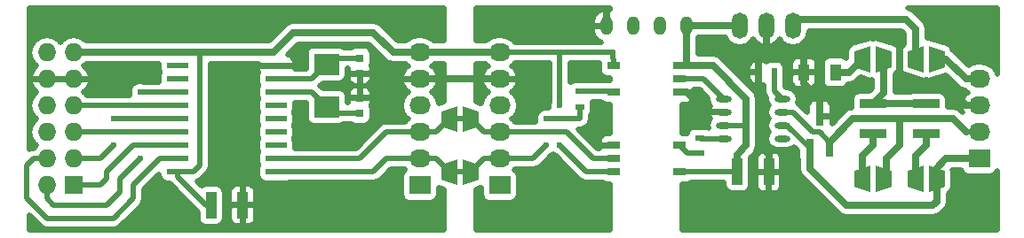
<source format=gtl>
G04 #@! TF.FileFunction,Copper,L1,Top,Signal*
%FSLAX46Y46*%
G04 Gerber Fmt 4.6, Leading zero omitted, Abs format (unit mm)*
G04 Created by KiCad (PCBNEW 4.0.2+e4-6225~38~ubuntu15.10.1-stable) date Do 16 Jun 2016 10:00:32 CEST*
%MOMM*%
G01*
G04 APERTURE LIST*
%ADD10C,0.100000*%
%ADD11R,2.000000X0.600000*%
%ADD12R,1.000000X0.500000*%
%ADD13O,1.200000X1.800000*%
%ADD14R,1.000000X1.600000*%
%ADD15R,2.032000X1.727200*%
%ADD16O,2.032000X1.727200*%
%ADD17R,0.750000X0.800000*%
%ADD18R,1.000000X2.500000*%
%ADD19R,2.400000X2.000000*%
%ADD20O,1.501140X2.499360*%
%ADD21R,2.500000X0.900000*%
%ADD22R,0.500000X0.900000*%
%ADD23R,0.900000X0.500000*%
%ADD24R,1.200000X0.800000*%
%ADD25R,1.727200X1.727200*%
%ADD26O,1.727200X1.727200*%
%ADD27R,0.800100X1.800860*%
%ADD28O,1.473200X0.609600*%
%ADD29C,0.600000*%
%ADD30C,0.500000*%
%ADD31C,0.700000*%
G04 APERTURE END LIST*
D10*
D11*
X39625000Y-33020000D03*
X39625000Y-31750000D03*
X39625000Y-30480000D03*
X39625000Y-29210000D03*
X39625000Y-27940000D03*
X39625000Y-26670000D03*
X39625000Y-25400000D03*
X39625000Y-24130000D03*
X39625000Y-22860000D03*
X30225000Y-22860000D03*
X30225000Y-24130000D03*
X30225000Y-25400000D03*
X30225000Y-26670000D03*
X30225000Y-27940000D03*
X30225000Y-29210000D03*
X30225000Y-30480000D03*
X30225000Y-31750000D03*
X30225000Y-33020000D03*
D10*
G36*
X55400000Y-33770000D02*
X55400000Y-32270000D01*
X56900000Y-31770000D01*
X56900000Y-34270000D01*
X55400000Y-33770000D01*
X55400000Y-33770000D01*
G37*
G36*
X57400000Y-34270000D02*
X57400000Y-31770000D01*
X58900000Y-32270000D01*
X58900000Y-33770000D01*
X57400000Y-34270000D01*
X57400000Y-34270000D01*
G37*
D12*
X57150000Y-33020000D03*
D10*
G36*
X55400000Y-28690000D02*
X55400000Y-27190000D01*
X56900000Y-26690000D01*
X56900000Y-29190000D01*
X55400000Y-28690000D01*
X55400000Y-28690000D01*
G37*
G36*
X57400000Y-29190000D02*
X57400000Y-26690000D01*
X58900000Y-27190000D01*
X58900000Y-28690000D01*
X57400000Y-29190000D01*
X57400000Y-29190000D01*
G37*
D12*
X57150000Y-27940000D03*
D13*
X71120000Y-19050000D03*
X73660000Y-19050000D03*
X76200000Y-19050000D03*
X78740000Y-19050000D03*
D14*
X89940000Y-23495000D03*
X92940000Y-23495000D03*
D15*
X53340000Y-34290000D03*
D16*
X53340000Y-31750000D03*
X53340000Y-29210000D03*
X53340000Y-26670000D03*
X53340000Y-24130000D03*
X53340000Y-21590000D03*
D17*
X47625000Y-25920000D03*
X47625000Y-27420000D03*
X47625000Y-23610000D03*
X47625000Y-22110000D03*
D18*
X86590000Y-33020000D03*
X83590000Y-33020000D03*
X36425000Y-36195000D03*
X33425000Y-36195000D03*
D19*
X44450000Y-22715000D03*
X44450000Y-26815000D03*
D20*
X86360000Y-19050000D03*
X83820000Y-19050000D03*
X88900000Y-19050000D03*
D21*
X96520000Y-26490000D03*
X96520000Y-29390000D03*
X101600000Y-26490000D03*
X101600000Y-29390000D03*
D22*
X85610000Y-23495000D03*
X87110000Y-23495000D03*
D23*
X80010000Y-29730000D03*
X80010000Y-31230000D03*
X68580000Y-25285000D03*
X68580000Y-26785000D03*
D24*
X71780000Y-22860000D03*
X71780000Y-25400000D03*
X78080000Y-25400000D03*
X78080000Y-24130000D03*
X78080000Y-22860000D03*
X78080000Y-33020000D03*
X78080000Y-30480000D03*
X71780000Y-30480000D03*
X71780000Y-31750000D03*
X71780000Y-33020000D03*
D15*
X106680000Y-31750000D03*
D16*
X106680000Y-29210000D03*
X106680000Y-26670000D03*
X106680000Y-24130000D03*
D15*
X60960000Y-34290000D03*
D16*
X60960000Y-31750000D03*
X60960000Y-29210000D03*
X60960000Y-26670000D03*
X60960000Y-24130000D03*
X60960000Y-21590000D03*
D25*
X20320000Y-34290000D03*
D26*
X17780000Y-34290000D03*
X20320000Y-31750000D03*
X17780000Y-31750000D03*
X20320000Y-29210000D03*
X17780000Y-29210000D03*
X20320000Y-26670000D03*
X17780000Y-26670000D03*
X20320000Y-24130000D03*
X17780000Y-24130000D03*
X20320000Y-21590000D03*
X17780000Y-21590000D03*
D27*
X90490000Y-30711140D03*
X92390000Y-30711140D03*
X91440000Y-27708860D03*
D28*
X82296000Y-26035000D03*
X82296000Y-27305000D03*
X82296000Y-28575000D03*
X82296000Y-29845000D03*
X87884000Y-29845000D03*
X87884000Y-28575000D03*
X87884000Y-27305000D03*
X87884000Y-26035000D03*
D10*
G36*
X99850000Y-34405000D02*
X99850000Y-32905000D01*
X101350000Y-32405000D01*
X101350000Y-34905000D01*
X99850000Y-34405000D01*
X99850000Y-34405000D01*
G37*
G36*
X101850000Y-34905000D02*
X101850000Y-32405000D01*
X103350000Y-32905000D01*
X103350000Y-34405000D01*
X101850000Y-34905000D01*
X101850000Y-34905000D01*
G37*
G36*
X98270000Y-21475000D02*
X98270000Y-22975000D01*
X96770000Y-23475000D01*
X96770000Y-20975000D01*
X98270000Y-21475000D01*
X98270000Y-21475000D01*
G37*
G36*
X96270000Y-20975000D02*
X96270000Y-23475000D01*
X94770000Y-22975000D01*
X94770000Y-21475000D01*
X96270000Y-20975000D01*
X96270000Y-20975000D01*
G37*
G36*
X98270000Y-32905000D02*
X98270000Y-34405000D01*
X96770000Y-34905000D01*
X96770000Y-32405000D01*
X98270000Y-32905000D01*
X98270000Y-32905000D01*
G37*
G36*
X96270000Y-32405000D02*
X96270000Y-34905000D01*
X94770000Y-34405000D01*
X94770000Y-32905000D01*
X96270000Y-32405000D01*
X96270000Y-32405000D01*
G37*
G36*
X103350000Y-21475000D02*
X103350000Y-22975000D01*
X101850000Y-23475000D01*
X101850000Y-20975000D01*
X103350000Y-21475000D01*
X103350000Y-21475000D01*
G37*
G36*
X101350000Y-20975000D02*
X101350000Y-23475000D01*
X99850000Y-22975000D01*
X99850000Y-21475000D01*
X101350000Y-20975000D01*
X101350000Y-20975000D01*
G37*
D29*
X31115000Y-36195000D03*
X38100000Y-36195000D03*
X70485000Y-34290000D03*
X70485000Y-24130000D03*
X70485000Y-30480000D03*
X47625000Y-24765000D03*
X41275000Y-22860000D03*
X71755000Y-21590000D03*
X66675000Y-26670000D03*
X66675000Y-30480000D03*
X88265000Y-33020000D03*
X104140000Y-20320000D03*
X99695000Y-24765000D03*
X91440000Y-26035000D03*
X85725000Y-27305000D03*
X80645000Y-27305000D03*
X26670000Y-31750000D03*
X26670000Y-25400000D03*
X24130000Y-27940000D03*
X24130000Y-30480000D03*
X65405000Y-30480000D03*
X65405000Y-27940000D03*
D30*
X36425000Y-36195000D02*
X38100000Y-36195000D01*
X31115000Y-36195000D02*
X29845000Y-36195000D01*
X70485000Y-34290000D02*
X69215000Y-34290000D01*
X70485000Y-24130000D02*
X69215000Y-24130000D01*
X47625000Y-24765000D02*
X49530000Y-24765000D01*
X49530000Y-24765000D02*
X50165000Y-24130000D01*
X50165000Y-24130000D02*
X53340000Y-24130000D01*
D31*
X53340000Y-24130000D02*
X60960000Y-24130000D01*
D30*
X70485000Y-30480000D02*
X70510000Y-30505000D01*
X70510000Y-30505000D02*
X71780000Y-30480000D01*
X71755000Y-30480000D02*
X71780000Y-30480000D01*
X71755000Y-30480000D02*
X71780000Y-30480000D01*
X36425000Y-36195000D02*
X36425000Y-23900000D01*
X36425000Y-23900000D02*
X37465000Y-22860000D01*
X47625000Y-24765000D02*
X47625000Y-24765000D01*
X47625000Y-23610000D02*
X47625000Y-24765000D01*
X47625000Y-24765000D02*
X47625000Y-25920000D01*
X37465000Y-22860000D02*
X39625000Y-22860000D01*
X39625000Y-22860000D02*
X41275000Y-22860000D01*
X71780000Y-22860000D02*
X71755000Y-21590000D01*
D31*
X53340000Y-21590000D02*
X60960000Y-21590000D01*
X53340000Y-21590000D02*
X50800000Y-21590000D01*
X50800000Y-21590000D02*
X48895000Y-19685000D01*
X20320000Y-21590000D02*
X32385000Y-21590000D01*
D30*
X71755000Y-21590000D02*
X66675000Y-21590000D01*
X71780000Y-33020000D02*
X69215000Y-33020000D01*
X66675000Y-26670000D02*
X66675000Y-21590000D01*
X69215000Y-33020000D02*
X66675000Y-30480000D01*
X60960000Y-21590000D02*
X66675000Y-21590000D01*
X30225000Y-33495000D02*
X32925000Y-36195000D01*
D31*
X48895000Y-19685000D02*
X41275000Y-19685000D01*
D30*
X32385000Y-32385000D02*
X32385000Y-21590000D01*
X31750000Y-33020000D02*
X32385000Y-32385000D01*
X30225000Y-33020000D02*
X31750000Y-33020000D01*
X30225000Y-33020000D02*
X30225000Y-33495000D01*
D31*
X39370000Y-21590000D02*
X32385000Y-21590000D01*
X41275000Y-19685000D02*
X39370000Y-21590000D01*
D30*
X47625000Y-22110000D02*
X45055000Y-22110000D01*
X45055000Y-22110000D02*
X43035000Y-24130000D01*
X43035000Y-24130000D02*
X39625000Y-24130000D01*
X47625000Y-27420000D02*
X45055000Y-27420000D01*
X45055000Y-27420000D02*
X44450000Y-26815000D01*
X43035000Y-25400000D02*
X44450000Y-26815000D01*
X39625000Y-25400000D02*
X43035000Y-25400000D01*
X86590000Y-33020000D02*
X88265000Y-33020000D01*
X104140000Y-20320000D02*
X105410000Y-20320000D01*
X85610000Y-23495000D02*
X85610000Y-27190000D01*
X85610000Y-27190000D02*
X85725000Y-27305000D01*
X85610000Y-23495000D02*
X85610000Y-22340000D01*
X85610000Y-22340000D02*
X86360000Y-21590000D01*
X86360000Y-19050000D02*
X86360000Y-21590000D01*
D31*
X86590000Y-31345000D02*
X86590000Y-33020000D01*
X85725000Y-27305000D02*
X85725000Y-30480000D01*
X85725000Y-30480000D02*
X86590000Y-31345000D01*
X98425000Y-19685000D02*
X92075000Y-19685000D01*
X92075000Y-19685000D02*
X90170000Y-21590000D01*
X99695000Y-24765000D02*
X99060000Y-24130000D01*
X99060000Y-24130000D02*
X99060000Y-20320000D01*
X99060000Y-20320000D02*
X98425000Y-19685000D01*
X103505000Y-24765000D02*
X99695000Y-24765000D01*
X106680000Y-26670000D02*
X105410000Y-26670000D01*
X105410000Y-26670000D02*
X103505000Y-24765000D01*
X89940000Y-23495000D02*
X89940000Y-21820000D01*
X89940000Y-21820000D02*
X90170000Y-21590000D01*
X89940000Y-23495000D02*
X89940000Y-24535000D01*
X89940000Y-24535000D02*
X90170000Y-24765000D01*
X91440000Y-26035000D02*
X90170000Y-24765000D01*
X91440000Y-26035000D02*
X91440000Y-26035000D01*
X91440000Y-26035000D02*
X91440000Y-27708860D01*
X90170000Y-21590000D02*
X86360000Y-21590000D01*
X78080000Y-25400000D02*
X78740000Y-25400000D01*
X78740000Y-25400000D02*
X80645000Y-27305000D01*
D30*
X80645000Y-27305000D02*
X82296000Y-27305000D01*
D31*
X83820000Y-19050000D02*
X78740000Y-19050000D01*
X78740000Y-19050000D02*
X78740000Y-22860000D01*
D30*
X84455000Y-28575000D02*
X82296000Y-28575000D01*
D31*
X83590000Y-33020000D02*
X83590000Y-31345000D01*
X84455000Y-26035000D02*
X83185000Y-24765000D01*
X84455000Y-30480000D02*
X84455000Y-28575000D01*
X84455000Y-28575000D02*
X84455000Y-26035000D01*
X83590000Y-31345000D02*
X84455000Y-30480000D01*
D30*
X83590000Y-33020000D02*
X78080000Y-33020000D01*
D31*
X78740000Y-22860000D02*
X80645000Y-22860000D01*
X80645000Y-22860000D02*
X81280000Y-22860000D01*
D30*
X83185000Y-24765000D02*
X83185000Y-24765000D01*
D31*
X81280000Y-22860000D02*
X82550000Y-24130000D01*
X82550000Y-24130000D02*
X83185000Y-24765000D01*
X78080000Y-22860000D02*
X78740000Y-22860000D01*
X92940000Y-23495000D02*
X94250000Y-23495000D01*
X94250000Y-23495000D02*
X95520000Y-22225000D01*
X102600000Y-33655000D02*
X102600000Y-33020000D01*
X102417500Y-32837500D02*
X103505000Y-31750000D01*
X106680000Y-31750000D02*
X103505000Y-31750000D01*
X90490000Y-30711140D02*
X90490000Y-32705000D01*
X102600000Y-35830000D02*
X102600000Y-33655000D01*
X102235000Y-36195000D02*
X102600000Y-35830000D01*
X93980000Y-36195000D02*
X102235000Y-36195000D01*
X90490000Y-32705000D02*
X93980000Y-36195000D01*
D30*
X87884000Y-28575000D02*
X88353860Y-28575000D01*
X88353860Y-28575000D02*
X90490000Y-30711140D01*
D31*
X99060000Y-30480000D02*
X97790000Y-31750000D01*
X99060000Y-27940000D02*
X99060000Y-30480000D01*
X97790000Y-31750000D02*
X97790000Y-33385000D01*
X97790000Y-33385000D02*
X97520000Y-33655000D01*
X92390000Y-30165000D02*
X92390000Y-30711140D01*
X94615000Y-27940000D02*
X92390000Y-30165000D01*
X104140000Y-27940000D02*
X99060000Y-27940000D01*
X99060000Y-27940000D02*
X94615000Y-27940000D01*
X105410000Y-29210000D02*
X104140000Y-27940000D01*
D30*
X106680000Y-29210000D02*
X105410000Y-29210000D01*
D31*
X92390000Y-30711140D02*
X92390000Y-30160000D01*
D30*
X92390000Y-30160000D02*
X91440000Y-29210000D01*
X91440000Y-29210000D02*
X90805000Y-29210000D01*
X90805000Y-29210000D02*
X88900000Y-27305000D01*
X88900000Y-27305000D02*
X87884000Y-27305000D01*
X26035000Y-30480000D02*
X30225000Y-30480000D01*
X23495000Y-33020000D02*
X26035000Y-30480000D01*
X23495000Y-33655000D02*
X23495000Y-33020000D01*
X22860000Y-34290000D02*
X23495000Y-33655000D01*
X20320000Y-34290000D02*
X22860000Y-34290000D01*
X17780000Y-34290000D02*
X17780000Y-35560000D01*
X23495000Y-36195000D02*
X18415000Y-36195000D01*
X24765000Y-34925000D02*
X23495000Y-36195000D01*
X24765000Y-33655000D02*
X24765000Y-34925000D01*
X26670000Y-31750000D02*
X24765000Y-33655000D01*
X18415000Y-36195000D02*
X17780000Y-35560000D01*
X26670000Y-25400000D02*
X30225000Y-25400000D01*
X30225000Y-27940000D02*
X24130000Y-27940000D01*
X24130000Y-30480000D02*
X22860000Y-31750000D01*
X22860000Y-31750000D02*
X20320000Y-31750000D01*
X15875000Y-34290000D02*
X15875000Y-35560000D01*
X16510000Y-31750000D02*
X15875000Y-32385000D01*
X15875000Y-32385000D02*
X15875000Y-34290000D01*
X19050000Y-37465000D02*
X24130000Y-37465000D01*
X24130000Y-37465000D02*
X26035000Y-35560000D01*
X26035000Y-35560000D02*
X26035000Y-34290000D01*
X26035000Y-34290000D02*
X28575000Y-31750000D01*
X30225000Y-31750000D02*
X28575000Y-31750000D01*
X16510000Y-31750000D02*
X17780000Y-31750000D01*
X17780000Y-37465000D02*
X19050000Y-37465000D01*
X15875000Y-35560000D02*
X17780000Y-37465000D01*
X20320000Y-29210000D02*
X30225000Y-29210000D01*
X30225000Y-26670000D02*
X20320000Y-26670000D01*
D31*
X102600000Y-22225000D02*
X103505000Y-22225000D01*
X105410000Y-24130000D02*
X106680000Y-24130000D01*
X103505000Y-22225000D02*
X105410000Y-24130000D01*
X102600000Y-22225000D02*
X102870000Y-22225000D01*
D30*
X68580000Y-25285000D02*
X71665000Y-25285000D01*
X71665000Y-25285000D02*
X71780000Y-25400000D01*
X80010000Y-29730000D02*
X80125000Y-29845000D01*
X80125000Y-29845000D02*
X82296000Y-29845000D01*
X78080000Y-30480000D02*
X78830000Y-31230000D01*
X78830000Y-31230000D02*
X80010000Y-31230000D01*
X78080000Y-30480000D02*
X78195000Y-30595000D01*
X87110000Y-23495000D02*
X87110000Y-25261000D01*
X87110000Y-25261000D02*
X87884000Y-26035000D01*
X87630000Y-26035000D02*
X87884000Y-26035000D01*
D31*
X97520000Y-22225000D02*
X97520000Y-25490000D01*
X97520000Y-25490000D02*
X96520000Y-26490000D01*
X96520000Y-26490000D02*
X101600000Y-26490000D01*
X100600000Y-33655000D02*
X100600000Y-31480000D01*
X101600000Y-30480000D02*
X101600000Y-29390000D01*
X100600000Y-31480000D02*
X101600000Y-30480000D01*
X95520000Y-33655000D02*
X95520000Y-31480000D01*
X95520000Y-31480000D02*
X96520000Y-30480000D01*
X96520000Y-30480000D02*
X96520000Y-29390000D01*
D30*
X78080000Y-24130000D02*
X80391000Y-24130000D01*
X80391000Y-24130000D02*
X82296000Y-26035000D01*
D31*
X100600000Y-22225000D02*
X100600000Y-19320000D01*
X99695000Y-18415000D02*
X89535000Y-18415000D01*
X100600000Y-19320000D02*
X99695000Y-18415000D01*
X89535000Y-18415000D02*
X88900000Y-19050000D01*
D30*
X53340000Y-29210000D02*
X54880000Y-29210000D01*
X54880000Y-29210000D02*
X56150000Y-27940000D01*
X39625000Y-31750000D02*
X47625000Y-31750000D01*
X50165000Y-29210000D02*
X53340000Y-29210000D01*
X47625000Y-31750000D02*
X50165000Y-29210000D01*
X58150000Y-27940000D02*
X59420000Y-29210000D01*
X59420000Y-29210000D02*
X60960000Y-29210000D01*
X71780000Y-31750000D02*
X69850000Y-31750000D01*
X67310000Y-29210000D02*
X60960000Y-29210000D01*
X69850000Y-31750000D02*
X67310000Y-29210000D01*
X53340000Y-31750000D02*
X50165000Y-31750000D01*
X48895000Y-33020000D02*
X39625000Y-33020000D01*
X50165000Y-31750000D02*
X48895000Y-33020000D01*
X56150000Y-33020000D02*
X54880000Y-31750000D01*
X54880000Y-31750000D02*
X53340000Y-31750000D01*
X68580000Y-26785000D02*
X68580000Y-27940000D01*
X64135000Y-31750000D02*
X60960000Y-31750000D01*
X65405000Y-30480000D02*
X64135000Y-31750000D01*
X68580000Y-27940000D02*
X65405000Y-27940000D01*
X58150000Y-33020000D02*
X59420000Y-31750000D01*
X59420000Y-31750000D02*
X60960000Y-31750000D01*
G36*
X86410000Y-19000000D02*
X86430000Y-19000000D01*
X86430000Y-19100000D01*
X86410000Y-19100000D01*
X86410000Y-20861228D01*
X86643995Y-21022561D01*
X86888050Y-20954590D01*
X87385708Y-20645528D01*
X87619062Y-20320284D01*
X87838937Y-20649349D01*
X88325757Y-20974632D01*
X88900000Y-21088856D01*
X89474243Y-20974632D01*
X89961063Y-20649349D01*
X90286346Y-20162529D01*
X90400570Y-19588286D01*
X90400570Y-19515000D01*
X99239366Y-19515000D01*
X99500000Y-19775635D01*
X99500000Y-20815381D01*
X99316802Y-20926862D01*
X99145554Y-21177492D01*
X99085307Y-21475000D01*
X99085307Y-22975000D01*
X99161379Y-23307500D01*
X99344993Y-23549216D01*
X99608183Y-23700451D01*
X101108183Y-24200451D01*
X101328874Y-24239401D01*
X101620004Y-24188775D01*
X101790524Y-24237377D01*
X102091817Y-24200451D01*
X103466567Y-23742201D01*
X104632183Y-24907818D01*
X104769315Y-24999446D01*
X104989048Y-25146267D01*
X105311541Y-25210415D01*
X105352014Y-25270988D01*
X105563890Y-25412559D01*
X105351257Y-25564368D01*
X105017694Y-26098696D01*
X104942453Y-26368314D01*
X105102377Y-26620000D01*
X106630000Y-26620000D01*
X106630000Y-26600000D01*
X106730000Y-26600000D01*
X106730000Y-26620000D01*
X106750000Y-26620000D01*
X106750000Y-26720000D01*
X106730000Y-26720000D01*
X106730000Y-26740000D01*
X106630000Y-26740000D01*
X106630000Y-26720000D01*
X105102377Y-26720000D01*
X104942453Y-26971686D01*
X105017694Y-27241304D01*
X105052179Y-27296545D01*
X104917817Y-27162183D01*
X104809488Y-27089800D01*
X104560952Y-26923733D01*
X104140000Y-26840000D01*
X103614693Y-26840000D01*
X103614693Y-26040000D01*
X103562396Y-25762067D01*
X103398138Y-25506802D01*
X103147508Y-25335554D01*
X102850000Y-25275307D01*
X100350000Y-25275307D01*
X100072067Y-25327604D01*
X99975101Y-25390000D01*
X98620000Y-25390000D01*
X98620000Y-23634619D01*
X98803198Y-23523138D01*
X98974446Y-23272508D01*
X99034693Y-22975000D01*
X99034693Y-21475000D01*
X98958621Y-21142500D01*
X98775007Y-20900784D01*
X98511817Y-20749549D01*
X97011817Y-20249549D01*
X96791126Y-20210599D01*
X96499996Y-20261225D01*
X96329476Y-20212623D01*
X96028183Y-20249549D01*
X94528183Y-20749549D01*
X94236802Y-20926862D01*
X94065554Y-21177492D01*
X94005307Y-21475000D01*
X94005307Y-22184059D01*
X94003575Y-22185791D01*
X93988138Y-22161802D01*
X93737508Y-21990554D01*
X93440000Y-21930307D01*
X92440000Y-21930307D01*
X92162067Y-21982604D01*
X91906802Y-22146862D01*
X91735554Y-22397492D01*
X91675307Y-22695000D01*
X91675307Y-24295000D01*
X91727604Y-24572933D01*
X91891862Y-24828198D01*
X92142492Y-24999446D01*
X92440000Y-25059693D01*
X93440000Y-25059693D01*
X93717933Y-25007396D01*
X93973198Y-24843138D01*
X94142743Y-24595000D01*
X94250000Y-24595000D01*
X94670952Y-24511267D01*
X95027817Y-24272817D01*
X95332183Y-23968451D01*
X96028183Y-24200451D01*
X96248874Y-24239401D01*
X96420000Y-24209643D01*
X96420000Y-25034365D01*
X96179059Y-25275307D01*
X95270000Y-25275307D01*
X94992067Y-25327604D01*
X94736802Y-25491862D01*
X94565554Y-25742492D01*
X94505307Y-26040000D01*
X94505307Y-26861819D01*
X94194048Y-26923733D01*
X93837182Y-27162183D01*
X92590050Y-28409316D01*
X92590050Y-27946360D01*
X92402550Y-27758860D01*
X91490000Y-27758860D01*
X91490000Y-27778860D01*
X91390000Y-27778860D01*
X91390000Y-27758860D01*
X91370000Y-27758860D01*
X91370000Y-27658860D01*
X91390000Y-27658860D01*
X91390000Y-26245930D01*
X91490000Y-26245930D01*
X91490000Y-27658860D01*
X92402550Y-27658860D01*
X92590050Y-27471360D01*
X92590050Y-26659245D01*
X92475869Y-26383589D01*
X92264891Y-26172611D01*
X91989234Y-26058430D01*
X91677500Y-26058430D01*
X91490000Y-26245930D01*
X91390000Y-26245930D01*
X91202500Y-26058430D01*
X90890766Y-26058430D01*
X90615109Y-26172611D01*
X90404131Y-26383589D01*
X90289950Y-26659245D01*
X90289950Y-27280736D01*
X89607107Y-26597893D01*
X89325222Y-26409543D01*
X89399724Y-26035000D01*
X89319432Y-25631346D01*
X89090780Y-25289144D01*
X88748578Y-25060492D01*
X88344924Y-24980200D01*
X88243414Y-24980200D01*
X88110000Y-24846786D01*
X88110000Y-24017556D01*
X88124693Y-23945000D01*
X88124693Y-23732500D01*
X88690000Y-23732500D01*
X88690000Y-24444185D01*
X88804181Y-24719841D01*
X89015159Y-24930819D01*
X89290816Y-25045000D01*
X89702500Y-25045000D01*
X89890000Y-24857500D01*
X89890000Y-23545000D01*
X89990000Y-23545000D01*
X89990000Y-24857500D01*
X90177500Y-25045000D01*
X90589184Y-25045000D01*
X90864841Y-24930819D01*
X91075819Y-24719841D01*
X91190000Y-24444185D01*
X91190000Y-23732500D01*
X91002500Y-23545000D01*
X89990000Y-23545000D01*
X89890000Y-23545000D01*
X88877500Y-23545000D01*
X88690000Y-23732500D01*
X88124693Y-23732500D01*
X88124693Y-23045000D01*
X88072396Y-22767067D01*
X87930025Y-22545815D01*
X88690000Y-22545815D01*
X88690000Y-23257500D01*
X88877500Y-23445000D01*
X89890000Y-23445000D01*
X89890000Y-22132500D01*
X89990000Y-22132500D01*
X89990000Y-23445000D01*
X91002500Y-23445000D01*
X91190000Y-23257500D01*
X91190000Y-22545815D01*
X91075819Y-22270159D01*
X90864841Y-22059181D01*
X90589184Y-21945000D01*
X90177500Y-21945000D01*
X89990000Y-22132500D01*
X89890000Y-22132500D01*
X89702500Y-21945000D01*
X89290816Y-21945000D01*
X89015159Y-22059181D01*
X88804181Y-22270159D01*
X88690000Y-22545815D01*
X87930025Y-22545815D01*
X87908138Y-22511802D01*
X87657508Y-22340554D01*
X87360000Y-22280307D01*
X86860000Y-22280307D01*
X86582067Y-22332604D01*
X86354621Y-22478961D01*
X86284841Y-22409181D01*
X86009184Y-22295000D01*
X85847500Y-22295000D01*
X85660000Y-22482500D01*
X85660000Y-23445000D01*
X85680000Y-23445000D01*
X85680000Y-23545000D01*
X85660000Y-23545000D01*
X85660000Y-24507500D01*
X85847500Y-24695000D01*
X86009184Y-24695000D01*
X86110000Y-24653241D01*
X86110000Y-25261000D01*
X86186120Y-25643684D01*
X86386471Y-25943529D01*
X86368276Y-26035000D01*
X86448568Y-26438654D01*
X86603148Y-26670000D01*
X86448568Y-26901346D01*
X86368276Y-27305000D01*
X86448568Y-27708654D01*
X86603148Y-27940000D01*
X86448568Y-28171346D01*
X86368276Y-28575000D01*
X86448568Y-28978654D01*
X86603148Y-29210000D01*
X86448568Y-29441346D01*
X86368276Y-29845000D01*
X86448568Y-30248654D01*
X86677220Y-30590856D01*
X87019422Y-30819508D01*
X87423076Y-30899800D01*
X88344924Y-30899800D01*
X88748578Y-30819508D01*
X89009687Y-30645041D01*
X89325257Y-30960611D01*
X89325257Y-31611570D01*
X89377554Y-31889503D01*
X89390000Y-31908845D01*
X89390000Y-32705000D01*
X89473733Y-33125952D01*
X89642342Y-33378293D01*
X89712183Y-33482817D01*
X93202182Y-36972817D01*
X93559048Y-37211267D01*
X93980000Y-37295000D01*
X102235000Y-37295000D01*
X102655952Y-37211267D01*
X103012817Y-36972817D01*
X103377817Y-36607817D01*
X103616267Y-36250952D01*
X103700000Y-35830000D01*
X103700000Y-35064619D01*
X103883198Y-34953138D01*
X104054446Y-34702508D01*
X104114693Y-34405000D01*
X104114693Y-32905000D01*
X104102110Y-32850000D01*
X104943789Y-32850000D01*
X104951604Y-32891533D01*
X105115862Y-33146798D01*
X105366492Y-33318046D01*
X105664000Y-33378293D01*
X107696000Y-33378293D01*
X107973933Y-33325996D01*
X108229198Y-33161738D01*
X108395000Y-32919078D01*
X108395000Y-38545000D01*
X78355000Y-38545000D01*
X78355000Y-34184693D01*
X78680000Y-34184693D01*
X78957933Y-34132396D01*
X79132602Y-34020000D01*
X82325307Y-34020000D01*
X82325307Y-34270000D01*
X82377604Y-34547933D01*
X82541862Y-34803198D01*
X82792492Y-34974446D01*
X83090000Y-35034693D01*
X84090000Y-35034693D01*
X84367933Y-34982396D01*
X84623198Y-34818138D01*
X84794446Y-34567508D01*
X84854693Y-34270000D01*
X84854693Y-33257500D01*
X85340000Y-33257500D01*
X85340000Y-34419185D01*
X85454181Y-34694841D01*
X85665159Y-34905819D01*
X85940816Y-35020000D01*
X86352500Y-35020000D01*
X86540000Y-34832500D01*
X86540000Y-33070000D01*
X86640000Y-33070000D01*
X86640000Y-34832500D01*
X86827500Y-35020000D01*
X87239184Y-35020000D01*
X87514841Y-34905819D01*
X87725819Y-34694841D01*
X87840000Y-34419185D01*
X87840000Y-33257500D01*
X87652500Y-33070000D01*
X86640000Y-33070000D01*
X86540000Y-33070000D01*
X85527500Y-33070000D01*
X85340000Y-33257500D01*
X84854693Y-33257500D01*
X84854693Y-31770000D01*
X84833463Y-31657172D01*
X84869820Y-31620815D01*
X85340000Y-31620815D01*
X85340000Y-32782500D01*
X85527500Y-32970000D01*
X86540000Y-32970000D01*
X86540000Y-31207500D01*
X86640000Y-31207500D01*
X86640000Y-32970000D01*
X87652500Y-32970000D01*
X87840000Y-32782500D01*
X87840000Y-31620815D01*
X87725819Y-31345159D01*
X87514841Y-31134181D01*
X87239184Y-31020000D01*
X86827500Y-31020000D01*
X86640000Y-31207500D01*
X86540000Y-31207500D01*
X86352500Y-31020000D01*
X85940816Y-31020000D01*
X85665159Y-31134181D01*
X85454181Y-31345159D01*
X85340000Y-31620815D01*
X84869820Y-31620815D01*
X85232818Y-31257817D01*
X85375758Y-31043892D01*
X85471267Y-30900952D01*
X85555000Y-30480000D01*
X85555000Y-26035000D01*
X85471267Y-25614048D01*
X85321563Y-25390000D01*
X85232817Y-25257182D01*
X83962820Y-23987186D01*
X83962818Y-23987183D01*
X83708135Y-23732500D01*
X84610000Y-23732500D01*
X84610000Y-24094185D01*
X84724181Y-24369841D01*
X84935159Y-24580819D01*
X85210816Y-24695000D01*
X85372500Y-24695000D01*
X85560000Y-24507500D01*
X85560000Y-23545000D01*
X84797500Y-23545000D01*
X84610000Y-23732500D01*
X83708135Y-23732500D01*
X83327819Y-23352185D01*
X83327817Y-23352182D01*
X82871450Y-22895815D01*
X84610000Y-22895815D01*
X84610000Y-23257500D01*
X84797500Y-23445000D01*
X85560000Y-23445000D01*
X85560000Y-22482500D01*
X85372500Y-22295000D01*
X85210816Y-22295000D01*
X84935159Y-22409181D01*
X84724181Y-22620159D01*
X84610000Y-22895815D01*
X82871450Y-22895815D01*
X82057817Y-22082183D01*
X82023392Y-22059181D01*
X81700952Y-21843733D01*
X81280000Y-21760000D01*
X79840000Y-21760000D01*
X79840000Y-20150000D01*
X82431162Y-20150000D01*
X82433654Y-20162529D01*
X82758937Y-20649349D01*
X83245757Y-20974632D01*
X83820000Y-21088856D01*
X84394243Y-20974632D01*
X84881063Y-20649349D01*
X85100938Y-20320284D01*
X85334292Y-20645528D01*
X85831950Y-20954590D01*
X86076005Y-21022561D01*
X86310000Y-20861228D01*
X86310000Y-19100000D01*
X86290000Y-19100000D01*
X86290000Y-19000000D01*
X86310000Y-19000000D01*
X86310000Y-18980000D01*
X86410000Y-18980000D01*
X86410000Y-19000000D01*
X86410000Y-19000000D01*
G37*
X86410000Y-19000000D02*
X86430000Y-19000000D01*
X86430000Y-19100000D01*
X86410000Y-19100000D01*
X86410000Y-20861228D01*
X86643995Y-21022561D01*
X86888050Y-20954590D01*
X87385708Y-20645528D01*
X87619062Y-20320284D01*
X87838937Y-20649349D01*
X88325757Y-20974632D01*
X88900000Y-21088856D01*
X89474243Y-20974632D01*
X89961063Y-20649349D01*
X90286346Y-20162529D01*
X90400570Y-19588286D01*
X90400570Y-19515000D01*
X99239366Y-19515000D01*
X99500000Y-19775635D01*
X99500000Y-20815381D01*
X99316802Y-20926862D01*
X99145554Y-21177492D01*
X99085307Y-21475000D01*
X99085307Y-22975000D01*
X99161379Y-23307500D01*
X99344993Y-23549216D01*
X99608183Y-23700451D01*
X101108183Y-24200451D01*
X101328874Y-24239401D01*
X101620004Y-24188775D01*
X101790524Y-24237377D01*
X102091817Y-24200451D01*
X103466567Y-23742201D01*
X104632183Y-24907818D01*
X104769315Y-24999446D01*
X104989048Y-25146267D01*
X105311541Y-25210415D01*
X105352014Y-25270988D01*
X105563890Y-25412559D01*
X105351257Y-25564368D01*
X105017694Y-26098696D01*
X104942453Y-26368314D01*
X105102377Y-26620000D01*
X106630000Y-26620000D01*
X106630000Y-26600000D01*
X106730000Y-26600000D01*
X106730000Y-26620000D01*
X106750000Y-26620000D01*
X106750000Y-26720000D01*
X106730000Y-26720000D01*
X106730000Y-26740000D01*
X106630000Y-26740000D01*
X106630000Y-26720000D01*
X105102377Y-26720000D01*
X104942453Y-26971686D01*
X105017694Y-27241304D01*
X105052179Y-27296545D01*
X104917817Y-27162183D01*
X104809488Y-27089800D01*
X104560952Y-26923733D01*
X104140000Y-26840000D01*
X103614693Y-26840000D01*
X103614693Y-26040000D01*
X103562396Y-25762067D01*
X103398138Y-25506802D01*
X103147508Y-25335554D01*
X102850000Y-25275307D01*
X100350000Y-25275307D01*
X100072067Y-25327604D01*
X99975101Y-25390000D01*
X98620000Y-25390000D01*
X98620000Y-23634619D01*
X98803198Y-23523138D01*
X98974446Y-23272508D01*
X99034693Y-22975000D01*
X99034693Y-21475000D01*
X98958621Y-21142500D01*
X98775007Y-20900784D01*
X98511817Y-20749549D01*
X97011817Y-20249549D01*
X96791126Y-20210599D01*
X96499996Y-20261225D01*
X96329476Y-20212623D01*
X96028183Y-20249549D01*
X94528183Y-20749549D01*
X94236802Y-20926862D01*
X94065554Y-21177492D01*
X94005307Y-21475000D01*
X94005307Y-22184059D01*
X94003575Y-22185791D01*
X93988138Y-22161802D01*
X93737508Y-21990554D01*
X93440000Y-21930307D01*
X92440000Y-21930307D01*
X92162067Y-21982604D01*
X91906802Y-22146862D01*
X91735554Y-22397492D01*
X91675307Y-22695000D01*
X91675307Y-24295000D01*
X91727604Y-24572933D01*
X91891862Y-24828198D01*
X92142492Y-24999446D01*
X92440000Y-25059693D01*
X93440000Y-25059693D01*
X93717933Y-25007396D01*
X93973198Y-24843138D01*
X94142743Y-24595000D01*
X94250000Y-24595000D01*
X94670952Y-24511267D01*
X95027817Y-24272817D01*
X95332183Y-23968451D01*
X96028183Y-24200451D01*
X96248874Y-24239401D01*
X96420000Y-24209643D01*
X96420000Y-25034365D01*
X96179059Y-25275307D01*
X95270000Y-25275307D01*
X94992067Y-25327604D01*
X94736802Y-25491862D01*
X94565554Y-25742492D01*
X94505307Y-26040000D01*
X94505307Y-26861819D01*
X94194048Y-26923733D01*
X93837182Y-27162183D01*
X92590050Y-28409316D01*
X92590050Y-27946360D01*
X92402550Y-27758860D01*
X91490000Y-27758860D01*
X91490000Y-27778860D01*
X91390000Y-27778860D01*
X91390000Y-27758860D01*
X91370000Y-27758860D01*
X91370000Y-27658860D01*
X91390000Y-27658860D01*
X91390000Y-26245930D01*
X91490000Y-26245930D01*
X91490000Y-27658860D01*
X92402550Y-27658860D01*
X92590050Y-27471360D01*
X92590050Y-26659245D01*
X92475869Y-26383589D01*
X92264891Y-26172611D01*
X91989234Y-26058430D01*
X91677500Y-26058430D01*
X91490000Y-26245930D01*
X91390000Y-26245930D01*
X91202500Y-26058430D01*
X90890766Y-26058430D01*
X90615109Y-26172611D01*
X90404131Y-26383589D01*
X90289950Y-26659245D01*
X90289950Y-27280736D01*
X89607107Y-26597893D01*
X89325222Y-26409543D01*
X89399724Y-26035000D01*
X89319432Y-25631346D01*
X89090780Y-25289144D01*
X88748578Y-25060492D01*
X88344924Y-24980200D01*
X88243414Y-24980200D01*
X88110000Y-24846786D01*
X88110000Y-24017556D01*
X88124693Y-23945000D01*
X88124693Y-23732500D01*
X88690000Y-23732500D01*
X88690000Y-24444185D01*
X88804181Y-24719841D01*
X89015159Y-24930819D01*
X89290816Y-25045000D01*
X89702500Y-25045000D01*
X89890000Y-24857500D01*
X89890000Y-23545000D01*
X89990000Y-23545000D01*
X89990000Y-24857500D01*
X90177500Y-25045000D01*
X90589184Y-25045000D01*
X90864841Y-24930819D01*
X91075819Y-24719841D01*
X91190000Y-24444185D01*
X91190000Y-23732500D01*
X91002500Y-23545000D01*
X89990000Y-23545000D01*
X89890000Y-23545000D01*
X88877500Y-23545000D01*
X88690000Y-23732500D01*
X88124693Y-23732500D01*
X88124693Y-23045000D01*
X88072396Y-22767067D01*
X87930025Y-22545815D01*
X88690000Y-22545815D01*
X88690000Y-23257500D01*
X88877500Y-23445000D01*
X89890000Y-23445000D01*
X89890000Y-22132500D01*
X89990000Y-22132500D01*
X89990000Y-23445000D01*
X91002500Y-23445000D01*
X91190000Y-23257500D01*
X91190000Y-22545815D01*
X91075819Y-22270159D01*
X90864841Y-22059181D01*
X90589184Y-21945000D01*
X90177500Y-21945000D01*
X89990000Y-22132500D01*
X89890000Y-22132500D01*
X89702500Y-21945000D01*
X89290816Y-21945000D01*
X89015159Y-22059181D01*
X88804181Y-22270159D01*
X88690000Y-22545815D01*
X87930025Y-22545815D01*
X87908138Y-22511802D01*
X87657508Y-22340554D01*
X87360000Y-22280307D01*
X86860000Y-22280307D01*
X86582067Y-22332604D01*
X86354621Y-22478961D01*
X86284841Y-22409181D01*
X86009184Y-22295000D01*
X85847500Y-22295000D01*
X85660000Y-22482500D01*
X85660000Y-23445000D01*
X85680000Y-23445000D01*
X85680000Y-23545000D01*
X85660000Y-23545000D01*
X85660000Y-24507500D01*
X85847500Y-24695000D01*
X86009184Y-24695000D01*
X86110000Y-24653241D01*
X86110000Y-25261000D01*
X86186120Y-25643684D01*
X86386471Y-25943529D01*
X86368276Y-26035000D01*
X86448568Y-26438654D01*
X86603148Y-26670000D01*
X86448568Y-26901346D01*
X86368276Y-27305000D01*
X86448568Y-27708654D01*
X86603148Y-27940000D01*
X86448568Y-28171346D01*
X86368276Y-28575000D01*
X86448568Y-28978654D01*
X86603148Y-29210000D01*
X86448568Y-29441346D01*
X86368276Y-29845000D01*
X86448568Y-30248654D01*
X86677220Y-30590856D01*
X87019422Y-30819508D01*
X87423076Y-30899800D01*
X88344924Y-30899800D01*
X88748578Y-30819508D01*
X89009687Y-30645041D01*
X89325257Y-30960611D01*
X89325257Y-31611570D01*
X89377554Y-31889503D01*
X89390000Y-31908845D01*
X89390000Y-32705000D01*
X89473733Y-33125952D01*
X89642342Y-33378293D01*
X89712183Y-33482817D01*
X93202182Y-36972817D01*
X93559048Y-37211267D01*
X93980000Y-37295000D01*
X102235000Y-37295000D01*
X102655952Y-37211267D01*
X103012817Y-36972817D01*
X103377817Y-36607817D01*
X103616267Y-36250952D01*
X103700000Y-35830000D01*
X103700000Y-35064619D01*
X103883198Y-34953138D01*
X104054446Y-34702508D01*
X104114693Y-34405000D01*
X104114693Y-32905000D01*
X104102110Y-32850000D01*
X104943789Y-32850000D01*
X104951604Y-32891533D01*
X105115862Y-33146798D01*
X105366492Y-33318046D01*
X105664000Y-33378293D01*
X107696000Y-33378293D01*
X107973933Y-33325996D01*
X108229198Y-33161738D01*
X108395000Y-32919078D01*
X108395000Y-38545000D01*
X78355000Y-38545000D01*
X78355000Y-34184693D01*
X78680000Y-34184693D01*
X78957933Y-34132396D01*
X79132602Y-34020000D01*
X82325307Y-34020000D01*
X82325307Y-34270000D01*
X82377604Y-34547933D01*
X82541862Y-34803198D01*
X82792492Y-34974446D01*
X83090000Y-35034693D01*
X84090000Y-35034693D01*
X84367933Y-34982396D01*
X84623198Y-34818138D01*
X84794446Y-34567508D01*
X84854693Y-34270000D01*
X84854693Y-33257500D01*
X85340000Y-33257500D01*
X85340000Y-34419185D01*
X85454181Y-34694841D01*
X85665159Y-34905819D01*
X85940816Y-35020000D01*
X86352500Y-35020000D01*
X86540000Y-34832500D01*
X86540000Y-33070000D01*
X86640000Y-33070000D01*
X86640000Y-34832500D01*
X86827500Y-35020000D01*
X87239184Y-35020000D01*
X87514841Y-34905819D01*
X87725819Y-34694841D01*
X87840000Y-34419185D01*
X87840000Y-33257500D01*
X87652500Y-33070000D01*
X86640000Y-33070000D01*
X86540000Y-33070000D01*
X85527500Y-33070000D01*
X85340000Y-33257500D01*
X84854693Y-33257500D01*
X84854693Y-31770000D01*
X84833463Y-31657172D01*
X84869820Y-31620815D01*
X85340000Y-31620815D01*
X85340000Y-32782500D01*
X85527500Y-32970000D01*
X86540000Y-32970000D01*
X86540000Y-31207500D01*
X86640000Y-31207500D01*
X86640000Y-32970000D01*
X87652500Y-32970000D01*
X87840000Y-32782500D01*
X87840000Y-31620815D01*
X87725819Y-31345159D01*
X87514841Y-31134181D01*
X87239184Y-31020000D01*
X86827500Y-31020000D01*
X86640000Y-31207500D01*
X86540000Y-31207500D01*
X86352500Y-31020000D01*
X85940816Y-31020000D01*
X85665159Y-31134181D01*
X85454181Y-31345159D01*
X85340000Y-31620815D01*
X84869820Y-31620815D01*
X85232818Y-31257817D01*
X85375758Y-31043892D01*
X85471267Y-30900952D01*
X85555000Y-30480000D01*
X85555000Y-26035000D01*
X85471267Y-25614048D01*
X85321563Y-25390000D01*
X85232817Y-25257182D01*
X83962820Y-23987186D01*
X83962818Y-23987183D01*
X83708135Y-23732500D01*
X84610000Y-23732500D01*
X84610000Y-24094185D01*
X84724181Y-24369841D01*
X84935159Y-24580819D01*
X85210816Y-24695000D01*
X85372500Y-24695000D01*
X85560000Y-24507500D01*
X85560000Y-23545000D01*
X84797500Y-23545000D01*
X84610000Y-23732500D01*
X83708135Y-23732500D01*
X83327819Y-23352185D01*
X83327817Y-23352182D01*
X82871450Y-22895815D01*
X84610000Y-22895815D01*
X84610000Y-23257500D01*
X84797500Y-23445000D01*
X85560000Y-23445000D01*
X85560000Y-22482500D01*
X85372500Y-22295000D01*
X85210816Y-22295000D01*
X84935159Y-22409181D01*
X84724181Y-22620159D01*
X84610000Y-22895815D01*
X82871450Y-22895815D01*
X82057817Y-22082183D01*
X82023392Y-22059181D01*
X81700952Y-21843733D01*
X81280000Y-21760000D01*
X79840000Y-21760000D01*
X79840000Y-20150000D01*
X82431162Y-20150000D01*
X82433654Y-20162529D01*
X82758937Y-20649349D01*
X83245757Y-20974632D01*
X83820000Y-21088856D01*
X84394243Y-20974632D01*
X84881063Y-20649349D01*
X85100938Y-20320284D01*
X85334292Y-20645528D01*
X85831950Y-20954590D01*
X86076005Y-21022561D01*
X86310000Y-20861228D01*
X86310000Y-19100000D01*
X86290000Y-19100000D01*
X86290000Y-19000000D01*
X86310000Y-19000000D01*
X86310000Y-18980000D01*
X86410000Y-18980000D01*
X86410000Y-19000000D01*
G36*
X80797118Y-25950332D02*
X80780276Y-26035000D01*
X80860568Y-26438654D01*
X81026940Y-26687647D01*
X80870558Y-26947539D01*
X80831379Y-27090794D01*
X80998342Y-27255000D01*
X82246000Y-27255000D01*
X82246000Y-27235000D01*
X82346000Y-27235000D01*
X82346000Y-27255000D01*
X82366000Y-27255000D01*
X82366000Y-27355000D01*
X82346000Y-27355000D01*
X82346000Y-27375000D01*
X82246000Y-27375000D01*
X82246000Y-27355000D01*
X80998342Y-27355000D01*
X80831379Y-27519206D01*
X80870558Y-27662461D01*
X81026940Y-27922353D01*
X80860568Y-28171346D01*
X80780276Y-28575000D01*
X80830025Y-28825102D01*
X80757508Y-28775554D01*
X80460000Y-28715307D01*
X79560000Y-28715307D01*
X79282067Y-28767604D01*
X79026802Y-28931862D01*
X78855554Y-29182492D01*
X78822802Y-29344225D01*
X78680000Y-29315307D01*
X78355000Y-29315307D01*
X78355000Y-26550000D01*
X78829185Y-26550000D01*
X79104841Y-26435819D01*
X79315819Y-26224841D01*
X79430000Y-25949184D01*
X79430000Y-25637500D01*
X79242500Y-25450000D01*
X78355000Y-25450000D01*
X78355000Y-25350000D01*
X79242500Y-25350000D01*
X79430000Y-25162500D01*
X79430000Y-25130000D01*
X79976786Y-25130000D01*
X80797118Y-25950332D01*
X80797118Y-25950332D01*
G37*
X80797118Y-25950332D02*
X80780276Y-26035000D01*
X80860568Y-26438654D01*
X81026940Y-26687647D01*
X80870558Y-26947539D01*
X80831379Y-27090794D01*
X80998342Y-27255000D01*
X82246000Y-27255000D01*
X82246000Y-27235000D01*
X82346000Y-27235000D01*
X82346000Y-27255000D01*
X82366000Y-27255000D01*
X82366000Y-27355000D01*
X82346000Y-27355000D01*
X82346000Y-27375000D01*
X82246000Y-27375000D01*
X82246000Y-27355000D01*
X80998342Y-27355000D01*
X80831379Y-27519206D01*
X80870558Y-27662461D01*
X81026940Y-27922353D01*
X80860568Y-28171346D01*
X80780276Y-28575000D01*
X80830025Y-28825102D01*
X80757508Y-28775554D01*
X80460000Y-28715307D01*
X79560000Y-28715307D01*
X79282067Y-28767604D01*
X79026802Y-28931862D01*
X78855554Y-29182492D01*
X78822802Y-29344225D01*
X78680000Y-29315307D01*
X78355000Y-29315307D01*
X78355000Y-26550000D01*
X78829185Y-26550000D01*
X79104841Y-26435819D01*
X79315819Y-26224841D01*
X79430000Y-25949184D01*
X79430000Y-25637500D01*
X79242500Y-25450000D01*
X78355000Y-25450000D01*
X78355000Y-25350000D01*
X79242500Y-25350000D01*
X79430000Y-25162500D01*
X79430000Y-25130000D01*
X79976786Y-25130000D01*
X80797118Y-25950332D01*
G36*
X108395000Y-23699670D02*
X108357770Y-23512502D01*
X108007986Y-22989012D01*
X107484496Y-22639228D01*
X106866998Y-22516400D01*
X106493002Y-22516400D01*
X105875504Y-22639228D01*
X105635337Y-22799702D01*
X104282817Y-21447183D01*
X104076841Y-21309554D01*
X104038621Y-21142500D01*
X103855007Y-20900784D01*
X103591817Y-20749549D01*
X102091817Y-20249549D01*
X101871126Y-20210599D01*
X101700000Y-20240357D01*
X101700000Y-19320000D01*
X101616267Y-18899048D01*
X101435859Y-18629049D01*
X101377817Y-18542182D01*
X100472817Y-17637183D01*
X100472816Y-17637182D01*
X100115952Y-17398733D01*
X99795546Y-17335000D01*
X108395000Y-17335000D01*
X108395000Y-23699670D01*
X108395000Y-23699670D01*
G37*
X108395000Y-23699670D02*
X108357770Y-23512502D01*
X108007986Y-22989012D01*
X107484496Y-22639228D01*
X106866998Y-22516400D01*
X106493002Y-22516400D01*
X105875504Y-22639228D01*
X105635337Y-22799702D01*
X104282817Y-21447183D01*
X104076841Y-21309554D01*
X104038621Y-21142500D01*
X103855007Y-20900784D01*
X103591817Y-20749549D01*
X102091817Y-20249549D01*
X101871126Y-20210599D01*
X101700000Y-20240357D01*
X101700000Y-19320000D01*
X101616267Y-18899048D01*
X101435859Y-18629049D01*
X101377817Y-18542182D01*
X100472817Y-17637183D01*
X100472816Y-17637182D01*
X100115952Y-17398733D01*
X99795546Y-17335000D01*
X108395000Y-17335000D01*
X108395000Y-23699670D01*
G36*
X66079446Y-31369628D02*
X66200808Y-31420022D01*
X68507891Y-33727104D01*
X68507893Y-33727107D01*
X68832317Y-33943880D01*
X69215000Y-34020000D01*
X70729630Y-34020000D01*
X70882492Y-34124446D01*
X71180000Y-34184693D01*
X71505000Y-34184693D01*
X71505000Y-38545000D01*
X58670000Y-38545000D01*
X58670000Y-34652723D01*
X59141817Y-34495451D01*
X59179307Y-34472637D01*
X59179307Y-35153600D01*
X59231604Y-35431533D01*
X59395862Y-35686798D01*
X59646492Y-35858046D01*
X59944000Y-35918293D01*
X61976000Y-35918293D01*
X62253933Y-35865996D01*
X62509198Y-35701738D01*
X62680446Y-35451108D01*
X62740693Y-35153600D01*
X62740693Y-33426400D01*
X62688396Y-33148467D01*
X62524138Y-32893202D01*
X62360991Y-32781728D01*
X62382191Y-32750000D01*
X64135000Y-32750000D01*
X64517684Y-32673880D01*
X64842107Y-32457107D01*
X65878940Y-31420274D01*
X65999000Y-31370666D01*
X66039812Y-31329925D01*
X66079446Y-31369628D01*
X66079446Y-31369628D01*
G37*
X66079446Y-31369628D02*
X66200808Y-31420022D01*
X68507891Y-33727104D01*
X68507893Y-33727107D01*
X68832317Y-33943880D01*
X69215000Y-34020000D01*
X70729630Y-34020000D01*
X70882492Y-34124446D01*
X71180000Y-34184693D01*
X71505000Y-34184693D01*
X71505000Y-38545000D01*
X58670000Y-38545000D01*
X58670000Y-34652723D01*
X59141817Y-34495451D01*
X59179307Y-34472637D01*
X59179307Y-35153600D01*
X59231604Y-35431533D01*
X59395862Y-35686798D01*
X59646492Y-35858046D01*
X59944000Y-35918293D01*
X61976000Y-35918293D01*
X62253933Y-35865996D01*
X62509198Y-35701738D01*
X62680446Y-35451108D01*
X62740693Y-35153600D01*
X62740693Y-33426400D01*
X62688396Y-33148467D01*
X62524138Y-32893202D01*
X62360991Y-32781728D01*
X62382191Y-32750000D01*
X64135000Y-32750000D01*
X64517684Y-32673880D01*
X64842107Y-32457107D01*
X65878940Y-31420274D01*
X65999000Y-31370666D01*
X66039812Y-31329925D01*
X66079446Y-31369628D01*
G36*
X70631862Y-26333198D02*
X70882492Y-26504446D01*
X71180000Y-26564693D01*
X71505000Y-26564693D01*
X71505000Y-29330000D01*
X71030815Y-29330000D01*
X70755159Y-29444181D01*
X70544181Y-29655159D01*
X70430000Y-29930816D01*
X70430000Y-30242500D01*
X70617500Y-30430000D01*
X71505000Y-30430000D01*
X71505000Y-30530000D01*
X70617500Y-30530000D01*
X70430000Y-30717500D01*
X70430000Y-30750000D01*
X70264213Y-30750000D01*
X68454214Y-28940000D01*
X68580000Y-28940000D01*
X68962683Y-28863880D01*
X69287107Y-28647107D01*
X69503880Y-28322683D01*
X69580000Y-27940000D01*
X69580000Y-27558547D01*
X69734446Y-27332508D01*
X69794693Y-27035000D01*
X69794693Y-26535000D01*
X69747652Y-26285000D01*
X70600848Y-26285000D01*
X70631862Y-26333198D01*
X70631862Y-26333198D01*
G37*
X70631862Y-26333198D02*
X70882492Y-26504446D01*
X71180000Y-26564693D01*
X71505000Y-26564693D01*
X71505000Y-29330000D01*
X71030815Y-29330000D01*
X70755159Y-29444181D01*
X70544181Y-29655159D01*
X70430000Y-29930816D01*
X70430000Y-30242500D01*
X70617500Y-30430000D01*
X71505000Y-30430000D01*
X71505000Y-30530000D01*
X70617500Y-30530000D01*
X70430000Y-30717500D01*
X70430000Y-30750000D01*
X70264213Y-30750000D01*
X68454214Y-28940000D01*
X68580000Y-28940000D01*
X68962683Y-28863880D01*
X69287107Y-28647107D01*
X69503880Y-28322683D01*
X69580000Y-27940000D01*
X69580000Y-27558547D01*
X69734446Y-27332508D01*
X69794693Y-27035000D01*
X69794693Y-26535000D01*
X69747652Y-26285000D01*
X70600848Y-26285000D01*
X70631862Y-26333198D01*
G36*
X65675000Y-26340251D02*
X65625182Y-26460226D01*
X65624818Y-26877942D01*
X65633003Y-26897751D01*
X65614774Y-26890182D01*
X65197058Y-26889818D01*
X64811000Y-27049334D01*
X64515372Y-27344446D01*
X64355182Y-27730226D01*
X64354818Y-28147942D01*
X64380460Y-28210000D01*
X62382191Y-28210000D01*
X62287986Y-28069012D01*
X62094905Y-27940000D01*
X62287986Y-27810988D01*
X62637770Y-27287498D01*
X62760598Y-26670000D01*
X62637770Y-26052502D01*
X62287986Y-25529012D01*
X62076110Y-25387441D01*
X62288743Y-25235632D01*
X62622306Y-24701304D01*
X62697547Y-24431686D01*
X62537623Y-24180000D01*
X61010000Y-24180000D01*
X61010000Y-24200000D01*
X60910000Y-24200000D01*
X60910000Y-24180000D01*
X59382377Y-24180000D01*
X59222453Y-24431686D01*
X59297694Y-24701304D01*
X59631257Y-25235632D01*
X59843890Y-25387441D01*
X59632014Y-25529012D01*
X59282230Y-26052502D01*
X59194273Y-26494691D01*
X59141817Y-26464549D01*
X58670000Y-26307277D01*
X58670000Y-22690000D01*
X59604627Y-22690000D01*
X59632014Y-22730988D01*
X59843890Y-22872559D01*
X59631257Y-23024368D01*
X59297694Y-23558696D01*
X59222453Y-23828314D01*
X59382377Y-24080000D01*
X60910000Y-24080000D01*
X60910000Y-24060000D01*
X61010000Y-24060000D01*
X61010000Y-24080000D01*
X62537623Y-24080000D01*
X62697547Y-23828314D01*
X62622306Y-23558696D01*
X62288743Y-23024368D01*
X62076110Y-22872559D01*
X62287986Y-22730988D01*
X62382191Y-22590000D01*
X65675000Y-22590000D01*
X65675000Y-26340251D01*
X65675000Y-26340251D01*
G37*
X65675000Y-26340251D02*
X65625182Y-26460226D01*
X65624818Y-26877942D01*
X65633003Y-26897751D01*
X65614774Y-26890182D01*
X65197058Y-26889818D01*
X64811000Y-27049334D01*
X64515372Y-27344446D01*
X64355182Y-27730226D01*
X64354818Y-28147942D01*
X64380460Y-28210000D01*
X62382191Y-28210000D01*
X62287986Y-28069012D01*
X62094905Y-27940000D01*
X62287986Y-27810988D01*
X62637770Y-27287498D01*
X62760598Y-26670000D01*
X62637770Y-26052502D01*
X62287986Y-25529012D01*
X62076110Y-25387441D01*
X62288743Y-25235632D01*
X62622306Y-24701304D01*
X62697547Y-24431686D01*
X62537623Y-24180000D01*
X61010000Y-24180000D01*
X61010000Y-24200000D01*
X60910000Y-24200000D01*
X60910000Y-24180000D01*
X59382377Y-24180000D01*
X59222453Y-24431686D01*
X59297694Y-24701304D01*
X59631257Y-25235632D01*
X59843890Y-25387441D01*
X59632014Y-25529012D01*
X59282230Y-26052502D01*
X59194273Y-26494691D01*
X59141817Y-26464549D01*
X58670000Y-26307277D01*
X58670000Y-22690000D01*
X59604627Y-22690000D01*
X59632014Y-22730988D01*
X59843890Y-22872559D01*
X59631257Y-23024368D01*
X59297694Y-23558696D01*
X59222453Y-23828314D01*
X59382377Y-24080000D01*
X60910000Y-24080000D01*
X60910000Y-24060000D01*
X61010000Y-24060000D01*
X61010000Y-24080000D01*
X62537623Y-24080000D01*
X62697547Y-23828314D01*
X62622306Y-23558696D01*
X62288743Y-23024368D01*
X62076110Y-22872559D01*
X62287986Y-22730988D01*
X62382191Y-22590000D01*
X65675000Y-22590000D01*
X65675000Y-26340251D01*
G36*
X70415307Y-23260000D02*
X70467604Y-23537933D01*
X70631862Y-23793198D01*
X70882492Y-23964446D01*
X71180000Y-24024693D01*
X71505000Y-24024693D01*
X71505000Y-24235307D01*
X71180000Y-24235307D01*
X70915906Y-24285000D01*
X69102556Y-24285000D01*
X69030000Y-24270307D01*
X68130000Y-24270307D01*
X67852067Y-24322604D01*
X67675000Y-24436543D01*
X67675000Y-22590000D01*
X70415307Y-22590000D01*
X70415307Y-23260000D01*
X70415307Y-23260000D01*
G37*
X70415307Y-23260000D02*
X70467604Y-23537933D01*
X70631862Y-23793198D01*
X70882492Y-23964446D01*
X71180000Y-24024693D01*
X71505000Y-24024693D01*
X71505000Y-24235307D01*
X71180000Y-24235307D01*
X70915906Y-24285000D01*
X69102556Y-24285000D01*
X69030000Y-24270307D01*
X68130000Y-24270307D01*
X67852067Y-24322604D01*
X67675000Y-24436543D01*
X67675000Y-22590000D01*
X70415307Y-22590000D01*
X70415307Y-23260000D01*
G36*
X71505000Y-17459924D02*
X71380426Y-17425357D01*
X71170000Y-17588576D01*
X71170000Y-19000000D01*
X71190000Y-19000000D01*
X71190000Y-19100000D01*
X71170000Y-19100000D01*
X71170000Y-19120000D01*
X71070000Y-19120000D01*
X71070000Y-19100000D01*
X69770000Y-19100000D01*
X69770000Y-19400000D01*
X69891897Y-19912817D01*
X70200762Y-20339950D01*
X70606753Y-20590000D01*
X62382191Y-20590000D01*
X62287986Y-20449012D01*
X61764496Y-20099228D01*
X61146998Y-19976400D01*
X60773002Y-19976400D01*
X60155504Y-20099228D01*
X59632014Y-20449012D01*
X59604627Y-20490000D01*
X58670000Y-20490000D01*
X58670000Y-18700000D01*
X69770000Y-18700000D01*
X69770000Y-19000000D01*
X71070000Y-19000000D01*
X71070000Y-17588576D01*
X70859574Y-17425357D01*
X70649572Y-17483628D01*
X70200762Y-17760050D01*
X69891897Y-18187183D01*
X69770000Y-18700000D01*
X58670000Y-18700000D01*
X58670000Y-17335000D01*
X71505000Y-17335000D01*
X71505000Y-17459924D01*
X71505000Y-17459924D01*
G37*
X71505000Y-17459924D02*
X71380426Y-17425357D01*
X71170000Y-17588576D01*
X71170000Y-19000000D01*
X71190000Y-19000000D01*
X71190000Y-19100000D01*
X71170000Y-19100000D01*
X71170000Y-19120000D01*
X71070000Y-19120000D01*
X71070000Y-19100000D01*
X69770000Y-19100000D01*
X69770000Y-19400000D01*
X69891897Y-19912817D01*
X70200762Y-20339950D01*
X70606753Y-20590000D01*
X62382191Y-20590000D01*
X62287986Y-20449012D01*
X61764496Y-20099228D01*
X61146998Y-19976400D01*
X60773002Y-19976400D01*
X60155504Y-20099228D01*
X59632014Y-20449012D01*
X59604627Y-20490000D01*
X58670000Y-20490000D01*
X58670000Y-18700000D01*
X69770000Y-18700000D01*
X69770000Y-19000000D01*
X71070000Y-19000000D01*
X71070000Y-17588576D01*
X70859574Y-17425357D01*
X70649572Y-17483628D01*
X70200762Y-17760050D01*
X69891897Y-18187183D01*
X69770000Y-18700000D01*
X58670000Y-18700000D01*
X58670000Y-17335000D01*
X71505000Y-17335000D01*
X71505000Y-17459924D01*
G36*
X50022183Y-22367818D02*
X50160144Y-22460000D01*
X50379048Y-22606267D01*
X50800000Y-22690000D01*
X51984627Y-22690000D01*
X52012014Y-22730988D01*
X52223890Y-22872559D01*
X52011257Y-23024368D01*
X51677694Y-23558696D01*
X51602453Y-23828314D01*
X51762377Y-24080000D01*
X53290000Y-24080000D01*
X53290000Y-24060000D01*
X53390000Y-24060000D01*
X53390000Y-24080000D01*
X54917623Y-24080000D01*
X55077547Y-23828314D01*
X55002306Y-23558696D01*
X54668743Y-23024368D01*
X54456110Y-22872559D01*
X54667986Y-22730988D01*
X54695373Y-22690000D01*
X55630000Y-22690000D01*
X55630000Y-26307277D01*
X55158183Y-26464549D01*
X55106043Y-26496278D01*
X55017770Y-26052502D01*
X54667986Y-25529012D01*
X54456110Y-25387441D01*
X54668743Y-25235632D01*
X55002306Y-24701304D01*
X55077547Y-24431686D01*
X54917623Y-24180000D01*
X53390000Y-24180000D01*
X53390000Y-24200000D01*
X53290000Y-24200000D01*
X53290000Y-24180000D01*
X51762377Y-24180000D01*
X51602453Y-24431686D01*
X51677694Y-24701304D01*
X52011257Y-25235632D01*
X52223890Y-25387441D01*
X52012014Y-25529012D01*
X51662230Y-26052502D01*
X51539402Y-26670000D01*
X51662230Y-27287498D01*
X52012014Y-27810988D01*
X52205095Y-27940000D01*
X52012014Y-28069012D01*
X51917809Y-28210000D01*
X50165000Y-28210000D01*
X49782317Y-28286120D01*
X49457893Y-28502893D01*
X49457891Y-28502896D01*
X47210786Y-30750000D01*
X41389693Y-30750000D01*
X41389693Y-30180000D01*
X41337396Y-29902067D01*
X41302204Y-29847377D01*
X41329446Y-29807508D01*
X41389693Y-29510000D01*
X41389693Y-28910000D01*
X41337396Y-28632067D01*
X41302204Y-28577377D01*
X41329446Y-28537508D01*
X41389693Y-28240000D01*
X41389693Y-27640000D01*
X41337396Y-27362067D01*
X41302204Y-27307377D01*
X41329446Y-27267508D01*
X41389693Y-26970000D01*
X41389693Y-26400000D01*
X42485307Y-26400000D01*
X42485307Y-27815000D01*
X42537604Y-28092933D01*
X42701862Y-28348198D01*
X42952492Y-28519446D01*
X43250000Y-28579693D01*
X45650000Y-28579693D01*
X45927933Y-28527396D01*
X46094832Y-28420000D01*
X46799630Y-28420000D01*
X46952492Y-28524446D01*
X47250000Y-28584693D01*
X48000000Y-28584693D01*
X48277933Y-28532396D01*
X48533198Y-28368138D01*
X48704446Y-28117508D01*
X48764693Y-27820000D01*
X48764693Y-27020000D01*
X48712396Y-26742067D01*
X48666507Y-26670753D01*
X48750000Y-26469184D01*
X48750000Y-26157500D01*
X48562500Y-25970000D01*
X47675000Y-25970000D01*
X47675000Y-25990000D01*
X47575000Y-25990000D01*
X47575000Y-25970000D01*
X46687500Y-25970000D01*
X46500000Y-26157500D01*
X46500000Y-26420000D01*
X46414693Y-26420000D01*
X46414693Y-25815000D01*
X46362396Y-25537067D01*
X46255417Y-25370816D01*
X46500000Y-25370816D01*
X46500000Y-25682500D01*
X46687500Y-25870000D01*
X47575000Y-25870000D01*
X47575000Y-24957500D01*
X47675000Y-24957500D01*
X47675000Y-25870000D01*
X48562500Y-25870000D01*
X48750000Y-25682500D01*
X48750000Y-25370816D01*
X48635819Y-25095159D01*
X48424841Y-24884181D01*
X48149185Y-24770000D01*
X47862500Y-24770000D01*
X47675000Y-24957500D01*
X47575000Y-24957500D01*
X47387500Y-24770000D01*
X47100815Y-24770000D01*
X46825159Y-24884181D01*
X46614181Y-25095159D01*
X46500000Y-25370816D01*
X46255417Y-25370816D01*
X46198138Y-25281802D01*
X45947508Y-25110554D01*
X45650000Y-25050307D01*
X44099521Y-25050307D01*
X43814214Y-24765000D01*
X44099521Y-24479693D01*
X45650000Y-24479693D01*
X45927933Y-24427396D01*
X46183198Y-24263138D01*
X46354446Y-24012508D01*
X46387861Y-23847500D01*
X46500000Y-23847500D01*
X46500000Y-24159184D01*
X46614181Y-24434841D01*
X46825159Y-24645819D01*
X47100815Y-24760000D01*
X47387500Y-24760000D01*
X47575000Y-24572500D01*
X47575000Y-23660000D01*
X47675000Y-23660000D01*
X47675000Y-24572500D01*
X47862500Y-24760000D01*
X48149185Y-24760000D01*
X48424841Y-24645819D01*
X48635819Y-24434841D01*
X48750000Y-24159184D01*
X48750000Y-23847500D01*
X48562500Y-23660000D01*
X47675000Y-23660000D01*
X47575000Y-23660000D01*
X46687500Y-23660000D01*
X46500000Y-23847500D01*
X46387861Y-23847500D01*
X46414693Y-23715000D01*
X46414693Y-23110000D01*
X46500000Y-23110000D01*
X46500000Y-23372500D01*
X46687500Y-23560000D01*
X47575000Y-23560000D01*
X47575000Y-23540000D01*
X47675000Y-23540000D01*
X47675000Y-23560000D01*
X48562500Y-23560000D01*
X48750000Y-23372500D01*
X48750000Y-23060816D01*
X48667484Y-22861604D01*
X48704446Y-22807508D01*
X48764693Y-22510000D01*
X48764693Y-21710000D01*
X48712396Y-21432067D01*
X48548138Y-21176802D01*
X48297508Y-21005554D01*
X48000000Y-20945307D01*
X47250000Y-20945307D01*
X46972067Y-20997604D01*
X46797398Y-21110000D01*
X46093052Y-21110000D01*
X45947508Y-21010554D01*
X45650000Y-20950307D01*
X43250000Y-20950307D01*
X42972067Y-21002604D01*
X42716802Y-21166862D01*
X42545554Y-21417492D01*
X42485307Y-21715000D01*
X42485307Y-23130000D01*
X41375000Y-23130000D01*
X41375000Y-23097500D01*
X41187500Y-22910000D01*
X39675000Y-22910000D01*
X39675000Y-22930000D01*
X39575000Y-22930000D01*
X39575000Y-22910000D01*
X38062500Y-22910000D01*
X37875000Y-23097500D01*
X37875000Y-23309185D01*
X37949780Y-23489719D01*
X37920554Y-23532492D01*
X37860307Y-23830000D01*
X37860307Y-24430000D01*
X37912604Y-24707933D01*
X37947796Y-24762623D01*
X37920554Y-24802492D01*
X37860307Y-25100000D01*
X37860307Y-25700000D01*
X37912604Y-25977933D01*
X37947796Y-26032623D01*
X37920554Y-26072492D01*
X37860307Y-26370000D01*
X37860307Y-26970000D01*
X37912604Y-27247933D01*
X37947796Y-27302623D01*
X37920554Y-27342492D01*
X37860307Y-27640000D01*
X37860307Y-28240000D01*
X37912604Y-28517933D01*
X37947796Y-28572623D01*
X37920554Y-28612492D01*
X37860307Y-28910000D01*
X37860307Y-29510000D01*
X37912604Y-29787933D01*
X37947796Y-29842623D01*
X37920554Y-29882492D01*
X37860307Y-30180000D01*
X37860307Y-30780000D01*
X37912604Y-31057933D01*
X37947796Y-31112623D01*
X37920554Y-31152492D01*
X37860307Y-31450000D01*
X37860307Y-32050000D01*
X37912604Y-32327933D01*
X37947796Y-32382623D01*
X37920554Y-32422492D01*
X37860307Y-32720000D01*
X37860307Y-33320000D01*
X37912604Y-33597933D01*
X38076862Y-33853198D01*
X38327492Y-34024446D01*
X38625000Y-34084693D01*
X40625000Y-34084693D01*
X40902933Y-34032396D01*
X40922197Y-34020000D01*
X48895000Y-34020000D01*
X49277684Y-33943880D01*
X49602107Y-33727107D01*
X50579214Y-32750000D01*
X51917809Y-32750000D01*
X51939554Y-32782543D01*
X51790802Y-32878262D01*
X51619554Y-33128892D01*
X51559307Y-33426400D01*
X51559307Y-35153600D01*
X51611604Y-35431533D01*
X51775862Y-35686798D01*
X52026492Y-35858046D01*
X52324000Y-35918293D01*
X54356000Y-35918293D01*
X54633933Y-35865996D01*
X54889198Y-35701738D01*
X55060446Y-35451108D01*
X55120693Y-35153600D01*
X55120693Y-34473908D01*
X55158183Y-34495451D01*
X55630000Y-34652723D01*
X55630000Y-38545000D01*
X16065000Y-38545000D01*
X16065000Y-37164214D01*
X17072893Y-38172107D01*
X17397316Y-38388880D01*
X17780000Y-38465000D01*
X24130000Y-38465000D01*
X24512684Y-38388880D01*
X24837107Y-38172107D01*
X26742107Y-36267107D01*
X26958880Y-35942684D01*
X27035000Y-35560000D01*
X27035000Y-34704214D01*
X28460307Y-33278906D01*
X28460307Y-33320000D01*
X28512604Y-33597933D01*
X28676862Y-33853198D01*
X28927492Y-34024446D01*
X29225000Y-34084693D01*
X29439439Y-34084693D01*
X29517893Y-34202107D01*
X32160307Y-36844521D01*
X32160307Y-37445000D01*
X32212604Y-37722933D01*
X32376862Y-37978198D01*
X32627492Y-38149446D01*
X32925000Y-38209693D01*
X33925000Y-38209693D01*
X34202933Y-38157396D01*
X34458198Y-37993138D01*
X34629446Y-37742508D01*
X34689693Y-37445000D01*
X34689693Y-36432500D01*
X35175000Y-36432500D01*
X35175000Y-37594185D01*
X35289181Y-37869841D01*
X35500159Y-38080819D01*
X35775816Y-38195000D01*
X36187500Y-38195000D01*
X36375000Y-38007500D01*
X36375000Y-36245000D01*
X36475000Y-36245000D01*
X36475000Y-38007500D01*
X36662500Y-38195000D01*
X37074184Y-38195000D01*
X37349841Y-38080819D01*
X37560819Y-37869841D01*
X37675000Y-37594185D01*
X37675000Y-36432500D01*
X37487500Y-36245000D01*
X36475000Y-36245000D01*
X36375000Y-36245000D01*
X35362500Y-36245000D01*
X35175000Y-36432500D01*
X34689693Y-36432500D01*
X34689693Y-34945000D01*
X34661622Y-34795815D01*
X35175000Y-34795815D01*
X35175000Y-35957500D01*
X35362500Y-36145000D01*
X36375000Y-36145000D01*
X36375000Y-34382500D01*
X36475000Y-34382500D01*
X36475000Y-36145000D01*
X37487500Y-36145000D01*
X37675000Y-35957500D01*
X37675000Y-34795815D01*
X37560819Y-34520159D01*
X37349841Y-34309181D01*
X37074184Y-34195000D01*
X36662500Y-34195000D01*
X36475000Y-34382500D01*
X36375000Y-34382500D01*
X36187500Y-34195000D01*
X35775816Y-34195000D01*
X35500159Y-34309181D01*
X35289181Y-34520159D01*
X35175000Y-34795815D01*
X34661622Y-34795815D01*
X34637396Y-34667067D01*
X34473138Y-34411802D01*
X34222508Y-34240554D01*
X33925000Y-34180307D01*
X32925000Y-34180307D01*
X32647067Y-34232604D01*
X32482630Y-34338416D01*
X32095492Y-33951278D01*
X32132684Y-33943880D01*
X32457107Y-33727107D01*
X33092107Y-33092107D01*
X33308880Y-32767684D01*
X33385001Y-32385000D01*
X33385000Y-32384995D01*
X33385000Y-22690000D01*
X37942500Y-22690000D01*
X38062500Y-22810000D01*
X39575000Y-22810000D01*
X39575000Y-22790000D01*
X39675000Y-22790000D01*
X39675000Y-22810000D01*
X41187500Y-22810000D01*
X41375000Y-22622500D01*
X41375000Y-22410815D01*
X41260819Y-22135159D01*
X41049841Y-21924181D01*
X40774184Y-21810000D01*
X40705634Y-21810000D01*
X41730635Y-20785000D01*
X48439366Y-20785000D01*
X50022183Y-22367818D01*
X50022183Y-22367818D01*
G37*
X50022183Y-22367818D02*
X50160144Y-22460000D01*
X50379048Y-22606267D01*
X50800000Y-22690000D01*
X51984627Y-22690000D01*
X52012014Y-22730988D01*
X52223890Y-22872559D01*
X52011257Y-23024368D01*
X51677694Y-23558696D01*
X51602453Y-23828314D01*
X51762377Y-24080000D01*
X53290000Y-24080000D01*
X53290000Y-24060000D01*
X53390000Y-24060000D01*
X53390000Y-24080000D01*
X54917623Y-24080000D01*
X55077547Y-23828314D01*
X55002306Y-23558696D01*
X54668743Y-23024368D01*
X54456110Y-22872559D01*
X54667986Y-22730988D01*
X54695373Y-22690000D01*
X55630000Y-22690000D01*
X55630000Y-26307277D01*
X55158183Y-26464549D01*
X55106043Y-26496278D01*
X55017770Y-26052502D01*
X54667986Y-25529012D01*
X54456110Y-25387441D01*
X54668743Y-25235632D01*
X55002306Y-24701304D01*
X55077547Y-24431686D01*
X54917623Y-24180000D01*
X53390000Y-24180000D01*
X53390000Y-24200000D01*
X53290000Y-24200000D01*
X53290000Y-24180000D01*
X51762377Y-24180000D01*
X51602453Y-24431686D01*
X51677694Y-24701304D01*
X52011257Y-25235632D01*
X52223890Y-25387441D01*
X52012014Y-25529012D01*
X51662230Y-26052502D01*
X51539402Y-26670000D01*
X51662230Y-27287498D01*
X52012014Y-27810988D01*
X52205095Y-27940000D01*
X52012014Y-28069012D01*
X51917809Y-28210000D01*
X50165000Y-28210000D01*
X49782317Y-28286120D01*
X49457893Y-28502893D01*
X49457891Y-28502896D01*
X47210786Y-30750000D01*
X41389693Y-30750000D01*
X41389693Y-30180000D01*
X41337396Y-29902067D01*
X41302204Y-29847377D01*
X41329446Y-29807508D01*
X41389693Y-29510000D01*
X41389693Y-28910000D01*
X41337396Y-28632067D01*
X41302204Y-28577377D01*
X41329446Y-28537508D01*
X41389693Y-28240000D01*
X41389693Y-27640000D01*
X41337396Y-27362067D01*
X41302204Y-27307377D01*
X41329446Y-27267508D01*
X41389693Y-26970000D01*
X41389693Y-26400000D01*
X42485307Y-26400000D01*
X42485307Y-27815000D01*
X42537604Y-28092933D01*
X42701862Y-28348198D01*
X42952492Y-28519446D01*
X43250000Y-28579693D01*
X45650000Y-28579693D01*
X45927933Y-28527396D01*
X46094832Y-28420000D01*
X46799630Y-28420000D01*
X46952492Y-28524446D01*
X47250000Y-28584693D01*
X48000000Y-28584693D01*
X48277933Y-28532396D01*
X48533198Y-28368138D01*
X48704446Y-28117508D01*
X48764693Y-27820000D01*
X48764693Y-27020000D01*
X48712396Y-26742067D01*
X48666507Y-26670753D01*
X48750000Y-26469184D01*
X48750000Y-26157500D01*
X48562500Y-25970000D01*
X47675000Y-25970000D01*
X47675000Y-25990000D01*
X47575000Y-25990000D01*
X47575000Y-25970000D01*
X46687500Y-25970000D01*
X46500000Y-26157500D01*
X46500000Y-26420000D01*
X46414693Y-26420000D01*
X46414693Y-25815000D01*
X46362396Y-25537067D01*
X46255417Y-25370816D01*
X46500000Y-25370816D01*
X46500000Y-25682500D01*
X46687500Y-25870000D01*
X47575000Y-25870000D01*
X47575000Y-24957500D01*
X47675000Y-24957500D01*
X47675000Y-25870000D01*
X48562500Y-25870000D01*
X48750000Y-25682500D01*
X48750000Y-25370816D01*
X48635819Y-25095159D01*
X48424841Y-24884181D01*
X48149185Y-24770000D01*
X47862500Y-24770000D01*
X47675000Y-24957500D01*
X47575000Y-24957500D01*
X47387500Y-24770000D01*
X47100815Y-24770000D01*
X46825159Y-24884181D01*
X46614181Y-25095159D01*
X46500000Y-25370816D01*
X46255417Y-25370816D01*
X46198138Y-25281802D01*
X45947508Y-25110554D01*
X45650000Y-25050307D01*
X44099521Y-25050307D01*
X43814214Y-24765000D01*
X44099521Y-24479693D01*
X45650000Y-24479693D01*
X45927933Y-24427396D01*
X46183198Y-24263138D01*
X46354446Y-24012508D01*
X46387861Y-23847500D01*
X46500000Y-23847500D01*
X46500000Y-24159184D01*
X46614181Y-24434841D01*
X46825159Y-24645819D01*
X47100815Y-24760000D01*
X47387500Y-24760000D01*
X47575000Y-24572500D01*
X47575000Y-23660000D01*
X47675000Y-23660000D01*
X47675000Y-24572500D01*
X47862500Y-24760000D01*
X48149185Y-24760000D01*
X48424841Y-24645819D01*
X48635819Y-24434841D01*
X48750000Y-24159184D01*
X48750000Y-23847500D01*
X48562500Y-23660000D01*
X47675000Y-23660000D01*
X47575000Y-23660000D01*
X46687500Y-23660000D01*
X46500000Y-23847500D01*
X46387861Y-23847500D01*
X46414693Y-23715000D01*
X46414693Y-23110000D01*
X46500000Y-23110000D01*
X46500000Y-23372500D01*
X46687500Y-23560000D01*
X47575000Y-23560000D01*
X47575000Y-23540000D01*
X47675000Y-23540000D01*
X47675000Y-23560000D01*
X48562500Y-23560000D01*
X48750000Y-23372500D01*
X48750000Y-23060816D01*
X48667484Y-22861604D01*
X48704446Y-22807508D01*
X48764693Y-22510000D01*
X48764693Y-21710000D01*
X48712396Y-21432067D01*
X48548138Y-21176802D01*
X48297508Y-21005554D01*
X48000000Y-20945307D01*
X47250000Y-20945307D01*
X46972067Y-20997604D01*
X46797398Y-21110000D01*
X46093052Y-21110000D01*
X45947508Y-21010554D01*
X45650000Y-20950307D01*
X43250000Y-20950307D01*
X42972067Y-21002604D01*
X42716802Y-21166862D01*
X42545554Y-21417492D01*
X42485307Y-21715000D01*
X42485307Y-23130000D01*
X41375000Y-23130000D01*
X41375000Y-23097500D01*
X41187500Y-22910000D01*
X39675000Y-22910000D01*
X39675000Y-22930000D01*
X39575000Y-22930000D01*
X39575000Y-22910000D01*
X38062500Y-22910000D01*
X37875000Y-23097500D01*
X37875000Y-23309185D01*
X37949780Y-23489719D01*
X37920554Y-23532492D01*
X37860307Y-23830000D01*
X37860307Y-24430000D01*
X37912604Y-24707933D01*
X37947796Y-24762623D01*
X37920554Y-24802492D01*
X37860307Y-25100000D01*
X37860307Y-25700000D01*
X37912604Y-25977933D01*
X37947796Y-26032623D01*
X37920554Y-26072492D01*
X37860307Y-26370000D01*
X37860307Y-26970000D01*
X37912604Y-27247933D01*
X37947796Y-27302623D01*
X37920554Y-27342492D01*
X37860307Y-27640000D01*
X37860307Y-28240000D01*
X37912604Y-28517933D01*
X37947796Y-28572623D01*
X37920554Y-28612492D01*
X37860307Y-28910000D01*
X37860307Y-29510000D01*
X37912604Y-29787933D01*
X37947796Y-29842623D01*
X37920554Y-29882492D01*
X37860307Y-30180000D01*
X37860307Y-30780000D01*
X37912604Y-31057933D01*
X37947796Y-31112623D01*
X37920554Y-31152492D01*
X37860307Y-31450000D01*
X37860307Y-32050000D01*
X37912604Y-32327933D01*
X37947796Y-32382623D01*
X37920554Y-32422492D01*
X37860307Y-32720000D01*
X37860307Y-33320000D01*
X37912604Y-33597933D01*
X38076862Y-33853198D01*
X38327492Y-34024446D01*
X38625000Y-34084693D01*
X40625000Y-34084693D01*
X40902933Y-34032396D01*
X40922197Y-34020000D01*
X48895000Y-34020000D01*
X49277684Y-33943880D01*
X49602107Y-33727107D01*
X50579214Y-32750000D01*
X51917809Y-32750000D01*
X51939554Y-32782543D01*
X51790802Y-32878262D01*
X51619554Y-33128892D01*
X51559307Y-33426400D01*
X51559307Y-35153600D01*
X51611604Y-35431533D01*
X51775862Y-35686798D01*
X52026492Y-35858046D01*
X52324000Y-35918293D01*
X54356000Y-35918293D01*
X54633933Y-35865996D01*
X54889198Y-35701738D01*
X55060446Y-35451108D01*
X55120693Y-35153600D01*
X55120693Y-34473908D01*
X55158183Y-34495451D01*
X55630000Y-34652723D01*
X55630000Y-38545000D01*
X16065000Y-38545000D01*
X16065000Y-37164214D01*
X17072893Y-38172107D01*
X17397316Y-38388880D01*
X17780000Y-38465000D01*
X24130000Y-38465000D01*
X24512684Y-38388880D01*
X24837107Y-38172107D01*
X26742107Y-36267107D01*
X26958880Y-35942684D01*
X27035000Y-35560000D01*
X27035000Y-34704214D01*
X28460307Y-33278906D01*
X28460307Y-33320000D01*
X28512604Y-33597933D01*
X28676862Y-33853198D01*
X28927492Y-34024446D01*
X29225000Y-34084693D01*
X29439439Y-34084693D01*
X29517893Y-34202107D01*
X32160307Y-36844521D01*
X32160307Y-37445000D01*
X32212604Y-37722933D01*
X32376862Y-37978198D01*
X32627492Y-38149446D01*
X32925000Y-38209693D01*
X33925000Y-38209693D01*
X34202933Y-38157396D01*
X34458198Y-37993138D01*
X34629446Y-37742508D01*
X34689693Y-37445000D01*
X34689693Y-36432500D01*
X35175000Y-36432500D01*
X35175000Y-37594185D01*
X35289181Y-37869841D01*
X35500159Y-38080819D01*
X35775816Y-38195000D01*
X36187500Y-38195000D01*
X36375000Y-38007500D01*
X36375000Y-36245000D01*
X36475000Y-36245000D01*
X36475000Y-38007500D01*
X36662500Y-38195000D01*
X37074184Y-38195000D01*
X37349841Y-38080819D01*
X37560819Y-37869841D01*
X37675000Y-37594185D01*
X37675000Y-36432500D01*
X37487500Y-36245000D01*
X36475000Y-36245000D01*
X36375000Y-36245000D01*
X35362500Y-36245000D01*
X35175000Y-36432500D01*
X34689693Y-36432500D01*
X34689693Y-34945000D01*
X34661622Y-34795815D01*
X35175000Y-34795815D01*
X35175000Y-35957500D01*
X35362500Y-36145000D01*
X36375000Y-36145000D01*
X36375000Y-34382500D01*
X36475000Y-34382500D01*
X36475000Y-36145000D01*
X37487500Y-36145000D01*
X37675000Y-35957500D01*
X37675000Y-34795815D01*
X37560819Y-34520159D01*
X37349841Y-34309181D01*
X37074184Y-34195000D01*
X36662500Y-34195000D01*
X36475000Y-34382500D01*
X36375000Y-34382500D01*
X36187500Y-34195000D01*
X35775816Y-34195000D01*
X35500159Y-34309181D01*
X35289181Y-34520159D01*
X35175000Y-34795815D01*
X34661622Y-34795815D01*
X34637396Y-34667067D01*
X34473138Y-34411802D01*
X34222508Y-34240554D01*
X33925000Y-34180307D01*
X32925000Y-34180307D01*
X32647067Y-34232604D01*
X32482630Y-34338416D01*
X32095492Y-33951278D01*
X32132684Y-33943880D01*
X32457107Y-33727107D01*
X33092107Y-33092107D01*
X33308880Y-32767684D01*
X33385001Y-32385000D01*
X33385000Y-32384995D01*
X33385000Y-22690000D01*
X37942500Y-22690000D01*
X38062500Y-22810000D01*
X39575000Y-22810000D01*
X39575000Y-22790000D01*
X39675000Y-22790000D01*
X39675000Y-22810000D01*
X41187500Y-22810000D01*
X41375000Y-22622500D01*
X41375000Y-22410815D01*
X41260819Y-22135159D01*
X41049841Y-21924181D01*
X40774184Y-21810000D01*
X40705634Y-21810000D01*
X41730635Y-20785000D01*
X48439366Y-20785000D01*
X50022183Y-22367818D01*
G36*
X55630000Y-20490000D02*
X54695373Y-20490000D01*
X54667986Y-20449012D01*
X54144496Y-20099228D01*
X53526998Y-19976400D01*
X53153002Y-19976400D01*
X52535504Y-20099228D01*
X52012014Y-20449012D01*
X51984627Y-20490000D01*
X51255635Y-20490000D01*
X49672817Y-18907183D01*
X49672816Y-18907182D01*
X49315952Y-18668733D01*
X48895000Y-18585000D01*
X41275000Y-18585000D01*
X40854048Y-18668733D01*
X40711108Y-18764242D01*
X40497183Y-18907182D01*
X38914366Y-20490000D01*
X21519987Y-20490000D01*
X21492600Y-20449012D01*
X20969110Y-20099228D01*
X20351612Y-19976400D01*
X20288388Y-19976400D01*
X19670890Y-20099228D01*
X19147400Y-20449012D01*
X19050000Y-20594782D01*
X18952600Y-20449012D01*
X18429110Y-20099228D01*
X17811612Y-19976400D01*
X17748388Y-19976400D01*
X17130890Y-20099228D01*
X16607400Y-20449012D01*
X16257616Y-20972502D01*
X16134788Y-21590000D01*
X16257616Y-22207498D01*
X16607400Y-22730988D01*
X16808715Y-22865502D01*
X16445804Y-23222454D01*
X16200061Y-23802112D01*
X16194853Y-23828314D01*
X16354777Y-24080000D01*
X17730000Y-24080000D01*
X17730000Y-24060000D01*
X17830000Y-24060000D01*
X17830000Y-24080000D01*
X20270000Y-24080000D01*
X20270000Y-24060000D01*
X20370000Y-24060000D01*
X20370000Y-24080000D01*
X21745223Y-24080000D01*
X21905147Y-23828314D01*
X21899939Y-23802112D01*
X21654196Y-23222454D01*
X21291285Y-22865502D01*
X21492600Y-22730988D01*
X21519987Y-22690000D01*
X28460307Y-22690000D01*
X28460307Y-23160000D01*
X28512604Y-23437933D01*
X28547796Y-23492623D01*
X28520554Y-23532492D01*
X28460307Y-23830000D01*
X28460307Y-24400000D01*
X26999749Y-24400000D01*
X26879774Y-24350182D01*
X26462058Y-24349818D01*
X26076000Y-24509334D01*
X25780372Y-24804446D01*
X25620182Y-25190226D01*
X25619818Y-25607942D01*
X25645460Y-25670000D01*
X21586805Y-25670000D01*
X21492600Y-25529012D01*
X21291285Y-25394498D01*
X21654196Y-25037546D01*
X21899939Y-24457888D01*
X21905147Y-24431686D01*
X21745223Y-24180000D01*
X20370000Y-24180000D01*
X20370000Y-24200000D01*
X20270000Y-24200000D01*
X20270000Y-24180000D01*
X17830000Y-24180000D01*
X17830000Y-24200000D01*
X17730000Y-24200000D01*
X17730000Y-24180000D01*
X16354777Y-24180000D01*
X16194853Y-24431686D01*
X16200061Y-24457888D01*
X16445804Y-25037546D01*
X16808715Y-25394498D01*
X16607400Y-25529012D01*
X16257616Y-26052502D01*
X16134788Y-26670000D01*
X16257616Y-27287498D01*
X16607400Y-27810988D01*
X16800481Y-27940000D01*
X16607400Y-28069012D01*
X16257616Y-28592502D01*
X16134788Y-29210000D01*
X16257616Y-29827498D01*
X16607400Y-30350988D01*
X16800481Y-30480000D01*
X16607400Y-30609012D01*
X16513195Y-30750000D01*
X16510005Y-30750000D01*
X16510000Y-30749999D01*
X16127316Y-30826120D01*
X16065000Y-30867758D01*
X16065000Y-17335000D01*
X55630000Y-17335000D01*
X55630000Y-20490000D01*
X55630000Y-20490000D01*
G37*
X55630000Y-20490000D02*
X54695373Y-20490000D01*
X54667986Y-20449012D01*
X54144496Y-20099228D01*
X53526998Y-19976400D01*
X53153002Y-19976400D01*
X52535504Y-20099228D01*
X52012014Y-20449012D01*
X51984627Y-20490000D01*
X51255635Y-20490000D01*
X49672817Y-18907183D01*
X49672816Y-18907182D01*
X49315952Y-18668733D01*
X48895000Y-18585000D01*
X41275000Y-18585000D01*
X40854048Y-18668733D01*
X40711108Y-18764242D01*
X40497183Y-18907182D01*
X38914366Y-20490000D01*
X21519987Y-20490000D01*
X21492600Y-20449012D01*
X20969110Y-20099228D01*
X20351612Y-19976400D01*
X20288388Y-19976400D01*
X19670890Y-20099228D01*
X19147400Y-20449012D01*
X19050000Y-20594782D01*
X18952600Y-20449012D01*
X18429110Y-20099228D01*
X17811612Y-19976400D01*
X17748388Y-19976400D01*
X17130890Y-20099228D01*
X16607400Y-20449012D01*
X16257616Y-20972502D01*
X16134788Y-21590000D01*
X16257616Y-22207498D01*
X16607400Y-22730988D01*
X16808715Y-22865502D01*
X16445804Y-23222454D01*
X16200061Y-23802112D01*
X16194853Y-23828314D01*
X16354777Y-24080000D01*
X17730000Y-24080000D01*
X17730000Y-24060000D01*
X17830000Y-24060000D01*
X17830000Y-24080000D01*
X20270000Y-24080000D01*
X20270000Y-24060000D01*
X20370000Y-24060000D01*
X20370000Y-24080000D01*
X21745223Y-24080000D01*
X21905147Y-23828314D01*
X21899939Y-23802112D01*
X21654196Y-23222454D01*
X21291285Y-22865502D01*
X21492600Y-22730988D01*
X21519987Y-22690000D01*
X28460307Y-22690000D01*
X28460307Y-23160000D01*
X28512604Y-23437933D01*
X28547796Y-23492623D01*
X28520554Y-23532492D01*
X28460307Y-23830000D01*
X28460307Y-24400000D01*
X26999749Y-24400000D01*
X26879774Y-24350182D01*
X26462058Y-24349818D01*
X26076000Y-24509334D01*
X25780372Y-24804446D01*
X25620182Y-25190226D01*
X25619818Y-25607942D01*
X25645460Y-25670000D01*
X21586805Y-25670000D01*
X21492600Y-25529012D01*
X21291285Y-25394498D01*
X21654196Y-25037546D01*
X21899939Y-24457888D01*
X21905147Y-24431686D01*
X21745223Y-24180000D01*
X20370000Y-24180000D01*
X20370000Y-24200000D01*
X20270000Y-24200000D01*
X20270000Y-24180000D01*
X17830000Y-24180000D01*
X17830000Y-24200000D01*
X17730000Y-24200000D01*
X17730000Y-24180000D01*
X16354777Y-24180000D01*
X16194853Y-24431686D01*
X16200061Y-24457888D01*
X16445804Y-25037546D01*
X16808715Y-25394498D01*
X16607400Y-25529012D01*
X16257616Y-26052502D01*
X16134788Y-26670000D01*
X16257616Y-27287498D01*
X16607400Y-27810988D01*
X16800481Y-27940000D01*
X16607400Y-28069012D01*
X16257616Y-28592502D01*
X16134788Y-29210000D01*
X16257616Y-29827498D01*
X16607400Y-30350988D01*
X16800481Y-30480000D01*
X16607400Y-30609012D01*
X16513195Y-30750000D01*
X16510005Y-30750000D01*
X16510000Y-30749999D01*
X16127316Y-30826120D01*
X16065000Y-30867758D01*
X16065000Y-17335000D01*
X55630000Y-17335000D01*
X55630000Y-20490000D01*
M02*

</source>
